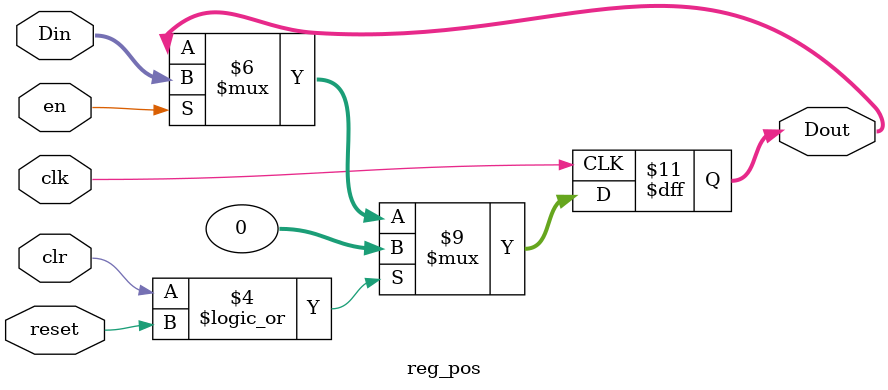
<source format=v>
`timescale 1ns / 1ps


module reg_pos(clk,reset,clr,en,Din,Dout);
    
    parameter WIDTH = 32;
    input clk,reset,clr,en;
    input [WIDTH-1:0] Din;
    output reg [WIDTH-1:0] Dout;
    
    initial
    begin
        Dout <= 0;
    end
    
    always@(posedge clk) 
    begin 
        if ((clr == 1) || (reset == 1)) 
            Dout <= 0; 
        else if (en)
            Dout <= Din; 
    end  
endmodule

</source>
